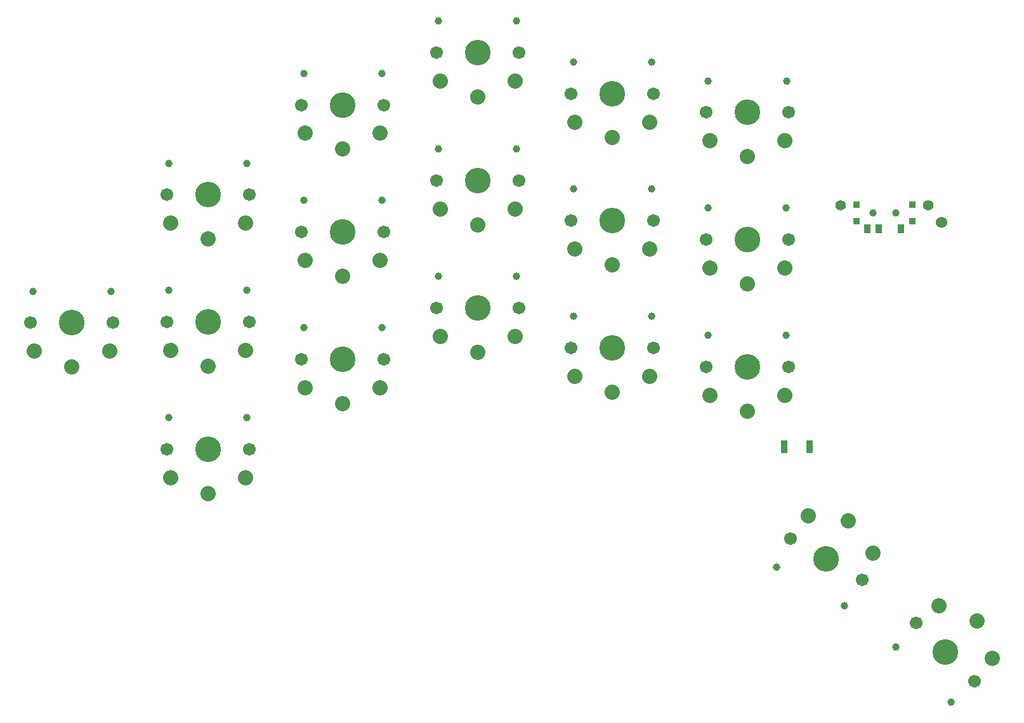
<source format=gbr>
%TF.GenerationSoftware,KiCad,Pcbnew,(6.0.2-0)*%
%TF.CreationDate,2022-03-04T16:04:49-06:00*%
%TF.ProjectId,Exkeylibur,45786b65-796c-4696-9275-722e6b696361,rev?*%
%TF.SameCoordinates,Original*%
%TF.FileFunction,Soldermask,Top*%
%TF.FilePolarity,Negative*%
%FSLAX46Y46*%
G04 Gerber Fmt 4.6, Leading zero omitted, Abs format (unit mm)*
G04 Created by KiCad (PCBNEW (6.0.2-0)) date 2022-03-04 16:04:49*
%MOMM*%
%LPD*%
G01*
G04 APERTURE LIST*
%ADD10C,1.524000*%
%ADD11C,3.429000*%
%ADD12C,0.990600*%
%ADD13C,1.701800*%
%ADD14C,2.032000*%
%ADD15R,0.900000X1.700000*%
%ADD16C,1.397000*%
%ADD17C,1.000000*%
%ADD18R,0.900000X0.900000*%
%ADD19R,0.900000X1.250000*%
G04 APERTURE END LIST*
D10*
%TO.C,U1*%
X145728935Y-52721212D03*
%TD*%
D11*
%TO.C,SW16*%
X83795535Y-64151212D03*
D12*
X89015535Y-59951212D03*
D13*
X89295535Y-64151212D03*
D12*
X78575535Y-59951212D03*
D13*
X78295535Y-64151212D03*
D14*
X83795535Y-70051212D03*
X88795535Y-67951212D03*
X78795535Y-67951212D03*
%TD*%
D12*
%TO.C,SW7*%
X132746188Y-103964519D03*
D11*
X130325535Y-97717212D03*
D13*
X135088675Y-100467212D03*
X125562395Y-94967212D03*
D12*
X123704882Y-98744519D03*
D14*
X133275535Y-92607662D03*
X136555662Y-96926315D03*
X127895408Y-91926315D03*
%TD*%
D12*
%TO.C,SW15*%
X71015535Y-66809212D03*
X60575535Y-66809212D03*
D11*
X65795535Y-71009212D03*
D13*
X60295535Y-71009212D03*
X71295535Y-71009212D03*
D14*
X65795535Y-76909212D03*
X70795535Y-74809212D03*
X60795535Y-74809212D03*
%TD*%
D12*
%TO.C,SW13*%
X24440425Y-61916425D03*
D13*
X35160425Y-66116425D03*
D12*
X34880425Y-61916425D03*
D13*
X24160425Y-66116425D03*
D11*
X29660425Y-66116425D03*
D14*
X29660425Y-72016425D03*
X24660425Y-69916425D03*
X34660425Y-69916425D03*
%TD*%
D13*
%TO.C,SW17*%
X96295535Y-69485212D03*
D12*
X96575535Y-65285212D03*
D11*
X101795535Y-69485212D03*
D13*
X107295535Y-69485212D03*
D12*
X107015535Y-65285212D03*
D14*
X101795535Y-75385212D03*
X96795535Y-73285212D03*
X106795535Y-73285212D03*
%TD*%
D11*
%TO.C,SW18*%
X119775535Y-72025212D03*
D12*
X124995535Y-67825212D03*
D13*
X114275535Y-72025212D03*
X125275535Y-72025212D03*
D12*
X114555535Y-67825212D03*
D14*
X119775535Y-77925212D03*
X114775535Y-75825212D03*
X124775535Y-75825212D03*
%TD*%
D11*
%TO.C,SW4*%
X83795535Y-30017212D03*
D12*
X78575535Y-25817212D03*
D13*
X89295535Y-30017212D03*
X78295535Y-30017212D03*
D12*
X89015535Y-25817212D03*
D14*
X83795535Y-35917212D03*
X88795535Y-33817212D03*
X78795535Y-33817212D03*
%TD*%
D12*
%TO.C,SW3*%
X60575535Y-32817212D03*
X71015535Y-32817212D03*
D13*
X71295535Y-37017212D03*
D11*
X65795535Y-37017212D03*
D13*
X60295535Y-37017212D03*
D14*
X65795535Y-42917212D03*
X70795535Y-40817212D03*
X60795535Y-40817212D03*
%TD*%
D11*
%TO.C,SW9*%
X65795535Y-53991212D03*
D12*
X71015535Y-49791212D03*
D13*
X71295535Y-53991212D03*
X60295535Y-53991212D03*
D12*
X60575535Y-49791212D03*
D14*
X65795535Y-59891212D03*
X60795535Y-57791212D03*
X70795535Y-57791212D03*
%TD*%
D11*
%TO.C,SW14*%
X47795535Y-83017212D03*
D13*
X53295535Y-83017212D03*
X42295535Y-83017212D03*
D12*
X42575535Y-78817212D03*
X53015535Y-78817212D03*
D14*
X47795535Y-88917212D03*
X52795535Y-86817212D03*
X42795535Y-86817212D03*
%TD*%
D11*
%TO.C,SW12*%
X119775535Y-55007212D03*
D13*
X125275535Y-55007212D03*
X114275535Y-55007212D03*
D12*
X124995535Y-50807212D03*
X114555535Y-50807212D03*
D14*
X119775535Y-60907212D03*
X124775535Y-58807212D03*
X114775535Y-58807212D03*
%TD*%
D13*
%TO.C,SW11*%
X96295535Y-52467212D03*
D11*
X101795535Y-52467212D03*
D12*
X107015535Y-48267212D03*
X96575535Y-48267212D03*
D13*
X107295535Y-52467212D03*
D14*
X101795535Y-58367212D03*
X96795535Y-56267212D03*
X106795535Y-56267212D03*
%TD*%
D13*
%TO.C,SW8*%
X42295535Y-66017212D03*
D12*
X42575535Y-61817212D03*
D13*
X53295535Y-66017212D03*
D11*
X47795535Y-66017212D03*
D12*
X53015535Y-61817212D03*
D14*
X47795535Y-71917212D03*
X42795535Y-69817212D03*
X52795535Y-69817212D03*
%TD*%
D12*
%TO.C,SW6*%
X125015535Y-33817212D03*
X114575535Y-33817212D03*
D11*
X119795535Y-38017212D03*
D13*
X125295535Y-38017212D03*
X114295535Y-38017212D03*
D14*
X119795535Y-43917212D03*
X124795535Y-41817212D03*
X114795535Y-41817212D03*
%TD*%
D13*
%TO.C,SW5*%
X96295535Y-35517212D03*
D12*
X107015535Y-31317212D03*
X96575535Y-31317212D03*
D13*
X107295535Y-35517212D03*
D11*
X101795535Y-35517212D03*
D14*
X101795535Y-41417212D03*
X96795535Y-39317212D03*
X106795535Y-39317212D03*
%TD*%
D13*
%TO.C,SW2*%
X53295535Y-49017212D03*
D12*
X42575535Y-44817212D03*
D13*
X42295535Y-49017212D03*
D11*
X47795535Y-49017212D03*
D12*
X53015535Y-44817212D03*
D14*
X47795535Y-54917212D03*
X42795535Y-52817212D03*
X52795535Y-52817212D03*
%TD*%
D15*
%TO.C,RSW1*%
X124679535Y-82693212D03*
X128079535Y-82693212D03*
%TD*%
D12*
%TO.C,SW10*%
X89015535Y-42933212D03*
D11*
X83795535Y-47133212D03*
D12*
X78575535Y-42933212D03*
D13*
X78295535Y-47133212D03*
X89295535Y-47133212D03*
D14*
X83795535Y-53033212D03*
X88795535Y-50933212D03*
X78795535Y-50933212D03*
%TD*%
D16*
%TO.C,BT_V1*%
X143905535Y-50435212D03*
%TD*%
%TO.C,BT_GND1*%
X132221535Y-50435212D03*
%TD*%
D17*
%TO.C,PWR_SW1*%
X139566802Y-51454137D03*
X136566802Y-51454137D03*
D18*
X141766802Y-52554137D03*
X134366802Y-52554137D03*
X141766802Y-50354137D03*
X134366802Y-50354137D03*
D19*
X140316802Y-53529137D03*
X137316802Y-53529137D03*
X135816802Y-53529137D03*
%TD*%
D13*
%TO.C,SW1*%
X150128622Y-114040724D03*
D12*
X139578589Y-109430388D03*
D13*
X142350448Y-106262550D03*
D12*
X146960784Y-116812583D03*
D11*
X146239535Y-110151637D03*
D14*
X150411465Y-105979707D03*
X152462075Y-111000165D03*
X145391007Y-103929097D03*
%TD*%
D17*
%TO.C,PWR_SW1*%
X139563535Y-51451212D03*
X136563535Y-51451212D03*
%TD*%
M02*

</source>
